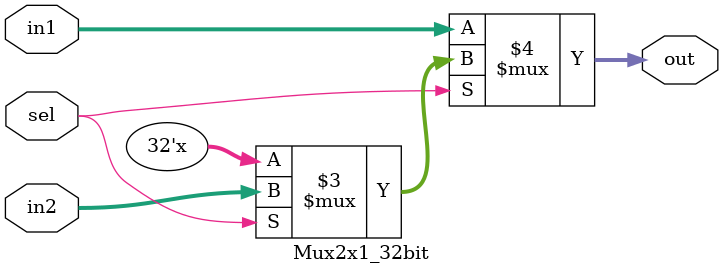
<source format=v>
module Mux2x1_32bit(out, in1, in2, sel);

input [31:0] in1, in2; 
input sel;
output [31:0] out; 

assign out = 	(sel == 1'b0) ? in1 :
		(sel == 1'b1) ? in2 : 32'bx;

endmodule
</source>
